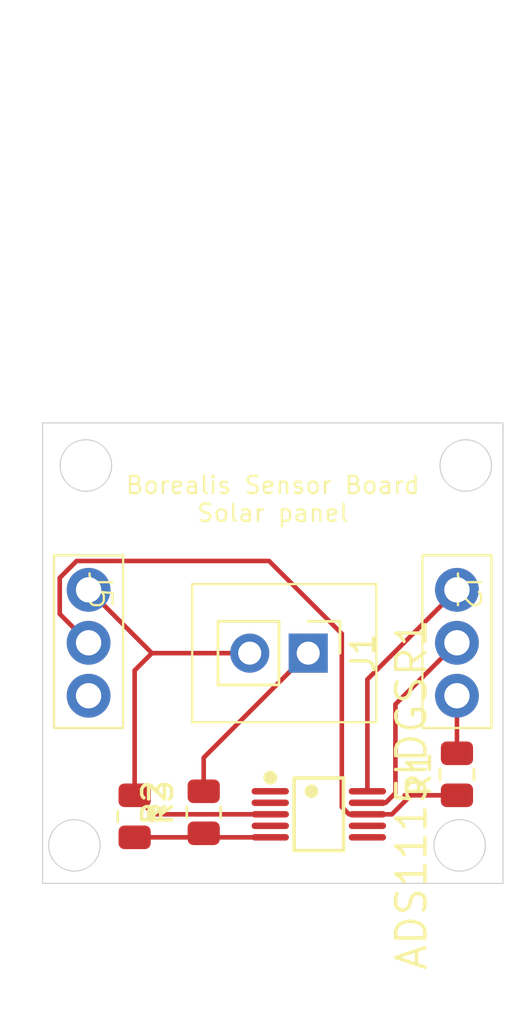
<source format=kicad_pcb>
(kicad_pcb (version 20241229) (generator "pcbnew") (generator_version "9.0")
  (layers (0 "F.Cu" signal) (2 "B.Cu" signal) (13 "F.Paste" user) (15 "B.Paste" user) (5 "F.SilkS" user "F.Silkscreen") (7 "B.SilkS" user "B.Silkscreen") (1 "F.Mask" user) (3 "B.Mask" user) (25 "Edge.Cuts" user))
  (net 0 "")
  (net 2 "/SDA")
  (net 4 "+3.3V")
  (net 5 "/Solar_Analog")
  (net 6 "/SCL")
  (net 7 "GND")
  (net 11 "/ADC")
  (net 12 "+5V")
  (net 13 "Net-(J1-Pin_1)")
  (footprint "batteryholder:1x03 2.3 pitch" (layer "F.Cu") (at 84 40.4 -90)
    (property "Reference" "J5" (at 0 -0.5 270) (layer "F.SilkS") (effects (font (thickness 0.1))))
    (property "Value" "Conn_01x03_Pin (power connection to main board)")
    (fp_rect (start -1.5 -1.5) (end 6 1.5) (stroke (width 0.1)) (fill no) (layer "F.SilkS"))
    (pad "1" thru_hole circle (at 0 0 270) (size 1.905 1.905) (drill 1.1) (layers "*.Cu" "*.Mask") (net 7 "GND"))
    (pad "2" thru_hole circle (at 2.3 0 270) (size 1.905 1.905) (drill 1.1) (layers "*.Cu" "*.Mask") (net 4 "+3.3V"))
    (pad "3" thru_hole circle (at 4.6 0 270) (size 1.905 1.905) (drill 1.1) (layers "*.Cu" "*.Mask") (net 12 "+5V"))
  )
  (footprint "batteryholder:ADS1115IDGSR" (layer "F.Cu") (at 94 50.15 -90)
    (property "Reference" "ADS1115IDGSR1" (at -0.8575 -4.03 90) (layer "F.SilkS") (effects (font (size 1.27 1.27))))
    (property "Value" "~")
    (fp_line (start -1.5762 1.0714) (end -1.5762 -1.0714) (stroke (width 0.1524)) (layer "F.SilkS"))
    (fp_line (start 1.5762 1.0714) (end -1.5762 1.0714) (stroke (width 0.1524)) (layer "F.SilkS"))
    (fp_line (start -1.5762 -1.0714) (end 1.5762 -1.0714) (stroke (width 0.1524)) (layer "F.SilkS"))
    (fp_line (start 1.5762 -1.0714) (end 1.5762 1.0714) (stroke (width 0.1524)) (layer "F.SilkS"))
    (fp_circle (center -1.5923 2.11) (end -1.4422 2.11) (stroke (width 0.3)) (fill no) (layer "F.SilkS"))
    (fp_circle (center -1 0.319) (end -0.8499 0.319) (stroke (width 0.3)) (fill no) (layer "F.SilkS"))
    (pad "1" smd oval (at -1 2.11 270) (size 0.28 1.62) (layers "F.Cu" "F.Mask" "F.Paste"))
    (pad "2" smd oval (at -0.4999 2.11 270) (size 0.28 1.62) (layers "F.Cu" "F.Mask" "F.Paste"))
    (pad "3" smd oval (at 0 2.11 270) (size 0.28 1.62) (layers "F.Cu" "F.Mask" "F.Paste") (net 7 "GND"))
    (pad "4" smd oval (at 0.5001 2.11 270) (size 0.28 1.62) (layers "F.Cu" "F.Mask" "F.Paste"))
    (pad "5" smd oval (at 1 2.11 270) (size 0.28 1.62) (layers "F.Cu" "F.Mask" "F.Paste") (net 5 "/Solar_Analog"))
    (pad "6" smd oval (at 1 -2.11 270) (size 0.28 1.62) (layers "F.Cu" "F.Mask" "F.Paste"))
    (pad "7" smd oval (at 0.5001 -2.11 270) (size 0.28 1.62) (layers "F.Cu" "F.Mask" "F.Paste"))
    (pad "8" smd oval (at 0 -2.11 270) (size 0.28 1.62) (layers "F.Cu" "F.Mask" "F.Paste") (net 4 "+3.3V"))
    (pad "9" smd oval (at -0.4999 -2.11 270) (size 0.28 1.62) (layers "F.Cu" "F.Mask" "F.Paste") (net 2 "/SDA"))
    (pad "10" smd oval (at -1 -2.11 270) (size 0.28 1.62) (layers "F.Cu" "F.Mask" "F.Paste") (net 6 "/SCL"))
  )
  (footprint "Resistor_SMD:R_0805_2012Metric" (layer "F.Cu") (at 89 50.0625 90)
    (property "Reference" "R2" (at 0.4125 -2.15 90) (layer "F.SilkS"))
    (property "Value" "R")
    (fp_line (start -0.227064 -0.735) (end 0.227064 -0.735) (stroke (width 0.12)) (layer "F.SilkS"))
    (fp_line (start -0.227064 0.735) (end 0.227064 0.735) (stroke (width 0.12)) (layer "F.SilkS"))
    (pad "1" smd roundrect (at -0.9125 0 90) (size 1.025 1.4) (layers "F.Cu" "F.Mask" "F.Paste") (roundrect_rratio 0.243902) (net 5 "/Solar_Analog"))
    (pad "2" smd roundrect (at 0.9125 0 90) (size 1.025 1.4) (layers "F.Cu" "F.Mask" "F.Paste") (roundrect_rratio 0.243902) (net 13 "Net-(J1-Pin_1)"))
  )
  (footprint "Resistor_SMD:R_0805_2012Metric" (layer "F.Cu") (at 86 50.2375 -90)
    (property "Reference" "R3" (at -0.5875 -1.15 90) (layer "F.SilkS"))
    (property "Value" "R")
    (fp_line (start -0.227064 0.735) (end 0.227064 0.735) (stroke (width 0.12)) (layer "F.SilkS"))
    (fp_line (start -0.227064 -0.735) (end 0.227064 -0.735) (stroke (width 0.12)) (layer "F.SilkS"))
    (pad "1" smd roundrect (at -0.9125 0 270) (size 1.025 1.4) (layers "F.Cu" "F.Mask" "F.Paste") (roundrect_rratio 0.243902) (net 7 "GND"))
    (pad "2" smd roundrect (at 0.9125 0 270) (size 1.025 1.4) (layers "F.Cu" "F.Mask" "F.Paste") (roundrect_rratio 0.243902) (net 5 "/Solar_Analog"))
  )
  (footprint "Resistor_SMD:R_0805_2012Metric" (layer "F.Cu") (at 100 48.4125 90)
    (property "Reference" "R1" (at 0 -1.65 90) (layer "F.SilkS"))
    (property "Value" "R")
    (fp_line (start -0.227064 -0.735) (end 0.227064 -0.735) (stroke (width 0.12)) (layer "F.SilkS"))
    (fp_line (start -0.227064 0.735) (end 0.227064 0.735) (stroke (width 0.12)) (layer "F.SilkS"))
    (pad "1" smd roundrect (at -0.9125 0 90) (size 1.025 1.4) (layers "F.Cu" "F.Mask" "F.Paste") (roundrect_rratio 0.243902) (net 4 "+3.3V"))
    (pad "2" smd roundrect (at 0.9125 0 90) (size 1.025 1.4) (layers "F.Cu" "F.Mask" "F.Paste") (roundrect_rratio 0.243902) (net 11 "/ADC"))
  )
  (footprint "batteryholder:1x03 2.3 pitch" (layer "F.Cu") (at 100 40.4 -90)
    (property "Reference" "J2" (at 0 -0.5 270) (layer "F.SilkS") (effects (font (thickness 0.1))))
    (property "Value" "Conn_01x03_Pin (data connection to main board)")
    (fp_rect (start -1.5 -1.5) (end 6 1.5) (stroke (width 0.1)) (fill no) (layer "F.SilkS"))
    (pad "1" thru_hole circle (at 0 0 270) (size 1.905 1.905) (drill 1.1) (layers "*.Cu" "*.Mask") (net 6 "/SCL"))
    (pad "2" thru_hole circle (at 2.3 0 270) (size 1.905 1.905) (drill 1.1) (layers "*.Cu" "*.Mask") (net 2 "/SDA"))
    (pad "3" thru_hole circle (at 4.6 0 270) (size 1.905 1.905) (drill 1.1) (layers "*.Cu" "*.Mask") (net 11 "/ADC"))
  )
  (footprint "Connector_PinHeader_2.54mm:PinHeader_1x02_P2.54mm_Vertical" (layer "F.Cu") (at 93.54 43.15 -90)
    (property "Reference" "J1" (at 0 -2.38 90) (layer "F.SilkS"))
    (property "Value" "Conn_01x02_Pin (Solar panel connection)")
    (fp_line (start -1.38 3.92) (end 1.38 3.92) (stroke (width 0.12)) (layer "F.SilkS"))
    (fp_line (start -1.38 1.27) (end -1.38 3.92) (stroke (width 0.12)) (layer "F.SilkS"))
    (fp_line (start -1.38 1.27) (end 1.38 1.27) (stroke (width 0.12)) (layer "F.SilkS"))
    (fp_line (start 1.38 1.27) (end 1.38 3.92) (stroke (width 0.12)) (layer "F.SilkS"))
    (fp_line (start -1.38 0) (end -1.38 -1.38) (stroke (width 0.12)) (layer "F.SilkS"))
    (fp_line (start -1.38 -1.38) (end 0 -1.38) (stroke (width 0.12)) (layer "F.SilkS"))
    (pad "1" thru_hole rect (at 0 0 270) (size 1.7 1.7) (drill 1) (layers "*.Cu" "*.Mask") (net 13 "Net-(J1-Pin_1)"))
    (pad "2" thru_hole circle (at 0 2.54 270) (size 1.7 1.7) (drill 1) (layers "*.Cu" "*.Mask") (net 7 "GND"))
  )
  (gr_rect (start 88.5 40.15) (end 96.5 46.15) (stroke (width 0.1)) (fill no) (layer "F.SilkS"))
  (gr_circle (center 83.381966 51.5) (end 84.381966 52) (stroke (width 0.05)) (fill no) (layer "Edge.Cuts"))
  (gr_circle (center 100.118034 51.5) (end 101.118034 52) (stroke (width 0.05)) (fill no) (layer "Edge.Cuts"))
  (gr_rect (start 82 33.15) (end 102 53.15) (stroke (width 0.05)) (fill no) (layer "Edge.Cuts"))
  (gr_circle (center 100.381966 35) (end 101.381966 35.5) (stroke (width 0.05)) (fill no) (layer "Edge.Cuts"))
  (gr_circle (center 83.881966 35) (end 84.881966 35.5) (stroke (width 0.05)) (fill no) (layer "Edge.Cuts"))
  (gr_text "Borealis Sensor Board\nSolar panel" (at 92 37.5 0) (layer "F.SilkS") (effects (font (size 0.75 0.75) (thickness 0.1)) (justify bottom)))
  (segment (start 97.327768 45.372232) (end 100 42.7) (width 0.2) (layer "F.Cu") (net 2))
  (segment (start 97.327768 49.2259) (end 97.327768 45.372232) (width 0.2) (layer "F.Cu") (net 2))
  (segment (start 96.11 49.6501) (end 96.903568 49.6501) (width 0.2) (layer "F.Cu") (net 2))
  (segment (start 96.903568 49.6501) (end 97.327768 49.2259) (width 0.2) (layer "F.Cu") (net 2))
  (segment (start 94.999 49.832768) (end 95.316232 50.15) (width 0.2) (layer "F.Cu") (net 4))
  (segment (start 97.175 50.15) (end 98 49.325) (width 0.2) (layer "F.Cu") (net 4))
  (segment (start 84 42.7) (end 82.7465 41.4465) (width 0.2) (layer "F.Cu") (net 4))
  (segment (start 100 49.325) (end 98 49.325) (width 0.2) (layer "F.Cu") (net 4))
  (segment (start 96.11 50.15) (end 97.175 50.15) (width 0.2) (layer "F.Cu") (net 4))
  (segment (start 82.7465 41.4465) (end 82.7465 39.880783) (width 0.2) (layer "F.Cu") (net 4))
  (segment (start 82.7465 39.880783) (end 83.480783 39.1465) (width 0.2) (layer "F.Cu") (net 4))
  (segment (start 94.999 42.307) (end 94.999 49.832768) (width 0.2) (layer "F.Cu") (net 4))
  (segment (start 91.8385 39.1465) (end 94.999 42.307) (width 0.2) (layer "F.Cu") (net 4))
  (segment (start 98 49.325) (end 97.728768 49.325) (width 0.2) (layer "F.Cu") (net 4))
  (segment (start 95.316232 50.15) (end 96.11 50.15) (width 0.2) (layer "F.Cu") (net 4))
  (segment (start 83.480783 39.1465) (end 91.8385 39.1465) (width 0.2) (layer "F.Cu") (net 4))
  (segment (start 91.89 51.15) (end 89.175 51.15) (width 0.2) (layer "F.Cu") (net 5))
  (segment (start 86 51.15) (end 88.825 51.15) (width 0.2) (layer "F.Cu") (net 5))
  (segment (start 89.175 51.15) (end 89 50.975) (width 0.2) (layer "F.Cu") (net 5))
  (segment (start 88.825 51.15) (end 89 50.975) (width 0.2) (layer "F.Cu") (net 5))
  (segment (start 96.11 44.29) (end 100 40.4) (width 0.2) (layer "F.Cu") (net 6))
  (segment (start 96.11 49.15) (end 96.11 44.29) (width 0.2) (layer "F.Cu") (net 6))
  (segment (start 86.75 43.15) (end 91 43.15) (width 0.2) (layer "F.Cu") (net 7))
  (segment (start 86 49.325) (end 86.825 50.15) (width 0.2) (layer "F.Cu") (net 7))
  (segment (start 84 40.4) (end 86.75 43.15) (width 0.2) (layer "F.Cu") (net 7))
  (segment (start 86.75 43.15) (end 86 43.9) (width 0.2) (layer "F.Cu") (net 7))
  (segment (start 86.825 50.15) (end 91.89 50.15) (width 0.2) (layer "F.Cu") (net 7))
  (segment (start 86 43.9) (end 86 49.325) (width 0.2) (layer "F.Cu") (net 7))
  (segment (start 100 45) (end 100 47.5) (width 0.2) (layer "F.Cu") (net 11))
  (segment (start 89 47.69) (end 93.54 43.15) (width 0.2) (layer "F.Cu") (net 13))
  (segment (start 89 49.15) (end 89 47.69) (width 0.2) (layer "F.Cu") (net 13))
)
</source>
